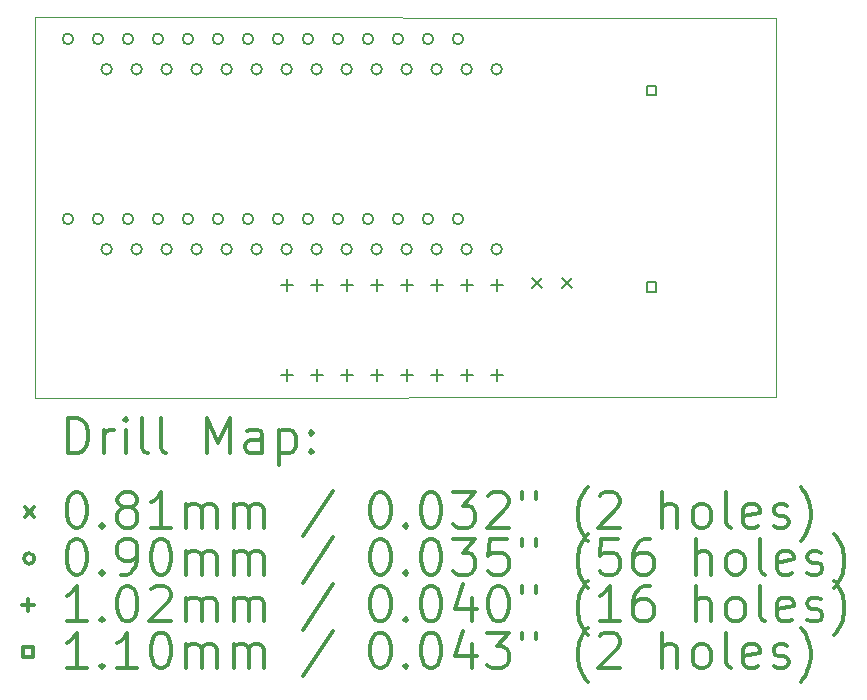
<source format=gbr>
%FSLAX45Y45*%
G04 Gerber Fmt 4.5, Leading zero omitted, Abs format (unit mm)*
G04 Created by KiCad (PCBNEW (5.1.5-0-10_14)) date 2020-05-18 10:40:34*
%MOMM*%
%LPD*%
G04 APERTURE LIST*
%TA.AperFunction,Profile*%
%ADD10C,0.100000*%
%TD*%
%ADD11C,0.200000*%
%ADD12C,0.300000*%
G04 APERTURE END LIST*
D10*
X8331200Y-2057400D02*
X2062480Y-2052320D01*
X8331200Y-5270500D02*
X8331200Y-2057400D01*
X2059940Y-5275580D02*
X8331200Y-5270500D01*
X2062480Y-2052320D02*
X2059940Y-5275580D01*
D11*
X6271250Y-4264650D02*
X6352550Y-4345950D01*
X6352550Y-4264650D02*
X6271250Y-4345950D01*
X6525250Y-4264650D02*
X6606550Y-4345950D01*
X6606550Y-4264650D02*
X6525250Y-4345950D01*
X2710730Y-2494280D02*
G75*
G03X2710730Y-2494280I-45000J0D01*
G01*
X2710730Y-4018280D02*
G75*
G03X2710730Y-4018280I-45000J0D01*
G01*
X2964730Y-2494280D02*
G75*
G03X2964730Y-2494280I-45000J0D01*
G01*
X2964730Y-4018280D02*
G75*
G03X2964730Y-4018280I-45000J0D01*
G01*
X3218730Y-2494280D02*
G75*
G03X3218730Y-2494280I-45000J0D01*
G01*
X3218730Y-4018280D02*
G75*
G03X3218730Y-4018280I-45000J0D01*
G01*
X3472730Y-2494280D02*
G75*
G03X3472730Y-2494280I-45000J0D01*
G01*
X3472730Y-4018280D02*
G75*
G03X3472730Y-4018280I-45000J0D01*
G01*
X3726730Y-2494280D02*
G75*
G03X3726730Y-2494280I-45000J0D01*
G01*
X3726730Y-4018280D02*
G75*
G03X3726730Y-4018280I-45000J0D01*
G01*
X3980730Y-2494280D02*
G75*
G03X3980730Y-2494280I-45000J0D01*
G01*
X3980730Y-4018280D02*
G75*
G03X3980730Y-4018280I-45000J0D01*
G01*
X4234730Y-2494280D02*
G75*
G03X4234730Y-2494280I-45000J0D01*
G01*
X4234730Y-4018280D02*
G75*
G03X4234730Y-4018280I-45000J0D01*
G01*
X4488730Y-2494280D02*
G75*
G03X4488730Y-2494280I-45000J0D01*
G01*
X4488730Y-4018280D02*
G75*
G03X4488730Y-4018280I-45000J0D01*
G01*
X4742730Y-2494280D02*
G75*
G03X4742730Y-2494280I-45000J0D01*
G01*
X4742730Y-4018280D02*
G75*
G03X4742730Y-4018280I-45000J0D01*
G01*
X4996730Y-2494280D02*
G75*
G03X4996730Y-2494280I-45000J0D01*
G01*
X4996730Y-4018280D02*
G75*
G03X4996730Y-4018280I-45000J0D01*
G01*
X5250730Y-2494280D02*
G75*
G03X5250730Y-2494280I-45000J0D01*
G01*
X5250730Y-4018280D02*
G75*
G03X5250730Y-4018280I-45000J0D01*
G01*
X5504730Y-2494280D02*
G75*
G03X5504730Y-2494280I-45000J0D01*
G01*
X5504730Y-4018280D02*
G75*
G03X5504730Y-4018280I-45000J0D01*
G01*
X5758730Y-2494280D02*
G75*
G03X5758730Y-2494280I-45000J0D01*
G01*
X5758730Y-4018280D02*
G75*
G03X5758730Y-4018280I-45000J0D01*
G01*
X6012730Y-2494280D02*
G75*
G03X6012730Y-2494280I-45000J0D01*
G01*
X6012730Y-4018280D02*
G75*
G03X6012730Y-4018280I-45000J0D01*
G01*
X2383070Y-2237740D02*
G75*
G03X2383070Y-2237740I-45000J0D01*
G01*
X2383070Y-3761740D02*
G75*
G03X2383070Y-3761740I-45000J0D01*
G01*
X2637070Y-2237740D02*
G75*
G03X2637070Y-2237740I-45000J0D01*
G01*
X2637070Y-3761740D02*
G75*
G03X2637070Y-3761740I-45000J0D01*
G01*
X2891070Y-2237740D02*
G75*
G03X2891070Y-2237740I-45000J0D01*
G01*
X2891070Y-3761740D02*
G75*
G03X2891070Y-3761740I-45000J0D01*
G01*
X3145070Y-2237740D02*
G75*
G03X3145070Y-2237740I-45000J0D01*
G01*
X3145070Y-3761740D02*
G75*
G03X3145070Y-3761740I-45000J0D01*
G01*
X3399070Y-2237740D02*
G75*
G03X3399070Y-2237740I-45000J0D01*
G01*
X3399070Y-3761740D02*
G75*
G03X3399070Y-3761740I-45000J0D01*
G01*
X3653070Y-2237740D02*
G75*
G03X3653070Y-2237740I-45000J0D01*
G01*
X3653070Y-3761740D02*
G75*
G03X3653070Y-3761740I-45000J0D01*
G01*
X3907070Y-2237740D02*
G75*
G03X3907070Y-2237740I-45000J0D01*
G01*
X3907070Y-3761740D02*
G75*
G03X3907070Y-3761740I-45000J0D01*
G01*
X4161070Y-2237740D02*
G75*
G03X4161070Y-2237740I-45000J0D01*
G01*
X4161070Y-3761740D02*
G75*
G03X4161070Y-3761740I-45000J0D01*
G01*
X4415070Y-2237740D02*
G75*
G03X4415070Y-2237740I-45000J0D01*
G01*
X4415070Y-3761740D02*
G75*
G03X4415070Y-3761740I-45000J0D01*
G01*
X4669070Y-2237740D02*
G75*
G03X4669070Y-2237740I-45000J0D01*
G01*
X4669070Y-3761740D02*
G75*
G03X4669070Y-3761740I-45000J0D01*
G01*
X4923070Y-2237740D02*
G75*
G03X4923070Y-2237740I-45000J0D01*
G01*
X4923070Y-3761740D02*
G75*
G03X4923070Y-3761740I-45000J0D01*
G01*
X5177070Y-2237740D02*
G75*
G03X5177070Y-2237740I-45000J0D01*
G01*
X5177070Y-3761740D02*
G75*
G03X5177070Y-3761740I-45000J0D01*
G01*
X5431070Y-2237740D02*
G75*
G03X5431070Y-2237740I-45000J0D01*
G01*
X5431070Y-3761740D02*
G75*
G03X5431070Y-3761740I-45000J0D01*
G01*
X5685070Y-2237740D02*
G75*
G03X5685070Y-2237740I-45000J0D01*
G01*
X5685070Y-3761740D02*
G75*
G03X5685070Y-3761740I-45000J0D01*
G01*
X4191000Y-4267200D02*
X4191000Y-4368800D01*
X4140200Y-4318000D02*
X4241800Y-4318000D01*
X4191000Y-5029200D02*
X4191000Y-5130800D01*
X4140200Y-5080000D02*
X4241800Y-5080000D01*
X4445000Y-4267200D02*
X4445000Y-4368800D01*
X4394200Y-4318000D02*
X4495800Y-4318000D01*
X4445000Y-5029200D02*
X4445000Y-5130800D01*
X4394200Y-5080000D02*
X4495800Y-5080000D01*
X4699000Y-4267200D02*
X4699000Y-4368800D01*
X4648200Y-4318000D02*
X4749800Y-4318000D01*
X4699000Y-5029200D02*
X4699000Y-5130800D01*
X4648200Y-5080000D02*
X4749800Y-5080000D01*
X4953000Y-4267200D02*
X4953000Y-4368800D01*
X4902200Y-4318000D02*
X5003800Y-4318000D01*
X4953000Y-5029200D02*
X4953000Y-5130800D01*
X4902200Y-5080000D02*
X5003800Y-5080000D01*
X5207000Y-4267200D02*
X5207000Y-4368800D01*
X5156200Y-4318000D02*
X5257800Y-4318000D01*
X5207000Y-5029200D02*
X5207000Y-5130800D01*
X5156200Y-5080000D02*
X5257800Y-5080000D01*
X5461000Y-4267200D02*
X5461000Y-4368800D01*
X5410200Y-4318000D02*
X5511800Y-4318000D01*
X5461000Y-5029200D02*
X5461000Y-5130800D01*
X5410200Y-5080000D02*
X5511800Y-5080000D01*
X5715000Y-4267200D02*
X5715000Y-4368800D01*
X5664200Y-4318000D02*
X5765800Y-4318000D01*
X5715000Y-5029200D02*
X5715000Y-5130800D01*
X5664200Y-5080000D02*
X5765800Y-5080000D01*
X5969000Y-4267200D02*
X5969000Y-4368800D01*
X5918200Y-4318000D02*
X6019800Y-4318000D01*
X5969000Y-5029200D02*
X5969000Y-5130800D01*
X5918200Y-5080000D02*
X6019800Y-5080000D01*
X7315991Y-2711091D02*
X7315991Y-2633309D01*
X7238209Y-2633309D01*
X7238209Y-2711091D01*
X7315991Y-2711091D01*
X7315991Y-4377091D02*
X7315991Y-4299309D01*
X7238209Y-4299309D01*
X7238209Y-4377091D01*
X7315991Y-4377091D01*
D12*
X2341368Y-5746294D02*
X2341368Y-5446294D01*
X2412797Y-5446294D01*
X2455654Y-5460580D01*
X2484226Y-5489152D01*
X2498511Y-5517723D01*
X2512797Y-5574866D01*
X2512797Y-5617723D01*
X2498511Y-5674866D01*
X2484226Y-5703437D01*
X2455654Y-5732009D01*
X2412797Y-5746294D01*
X2341368Y-5746294D01*
X2641368Y-5746294D02*
X2641368Y-5546294D01*
X2641368Y-5603437D02*
X2655654Y-5574866D01*
X2669940Y-5560580D01*
X2698511Y-5546294D01*
X2727083Y-5546294D01*
X2827083Y-5746294D02*
X2827083Y-5546294D01*
X2827083Y-5446294D02*
X2812797Y-5460580D01*
X2827083Y-5474866D01*
X2841368Y-5460580D01*
X2827083Y-5446294D01*
X2827083Y-5474866D01*
X3012797Y-5746294D02*
X2984226Y-5732009D01*
X2969940Y-5703437D01*
X2969940Y-5446294D01*
X3169940Y-5746294D02*
X3141368Y-5732009D01*
X3127083Y-5703437D01*
X3127083Y-5446294D01*
X3512797Y-5746294D02*
X3512797Y-5446294D01*
X3612797Y-5660580D01*
X3712797Y-5446294D01*
X3712797Y-5746294D01*
X3984226Y-5746294D02*
X3984226Y-5589152D01*
X3969940Y-5560580D01*
X3941368Y-5546294D01*
X3884226Y-5546294D01*
X3855654Y-5560580D01*
X3984226Y-5732009D02*
X3955654Y-5746294D01*
X3884226Y-5746294D01*
X3855654Y-5732009D01*
X3841368Y-5703437D01*
X3841368Y-5674866D01*
X3855654Y-5646294D01*
X3884226Y-5632009D01*
X3955654Y-5632009D01*
X3984226Y-5617723D01*
X4127083Y-5546294D02*
X4127083Y-5846294D01*
X4127083Y-5560580D02*
X4155654Y-5546294D01*
X4212797Y-5546294D01*
X4241368Y-5560580D01*
X4255654Y-5574866D01*
X4269940Y-5603437D01*
X4269940Y-5689151D01*
X4255654Y-5717723D01*
X4241368Y-5732009D01*
X4212797Y-5746294D01*
X4155654Y-5746294D01*
X4127083Y-5732009D01*
X4398511Y-5717723D02*
X4412797Y-5732009D01*
X4398511Y-5746294D01*
X4384226Y-5732009D01*
X4398511Y-5717723D01*
X4398511Y-5746294D01*
X4398511Y-5560580D02*
X4412797Y-5574866D01*
X4398511Y-5589152D01*
X4384226Y-5574866D01*
X4398511Y-5560580D01*
X4398511Y-5589152D01*
X1973640Y-6199930D02*
X2054940Y-6281230D01*
X2054940Y-6199930D02*
X1973640Y-6281230D01*
X2398511Y-6076294D02*
X2427083Y-6076294D01*
X2455654Y-6090580D01*
X2469940Y-6104866D01*
X2484226Y-6133437D01*
X2498511Y-6190580D01*
X2498511Y-6262009D01*
X2484226Y-6319151D01*
X2469940Y-6347723D01*
X2455654Y-6362009D01*
X2427083Y-6376294D01*
X2398511Y-6376294D01*
X2369940Y-6362009D01*
X2355654Y-6347723D01*
X2341368Y-6319151D01*
X2327083Y-6262009D01*
X2327083Y-6190580D01*
X2341368Y-6133437D01*
X2355654Y-6104866D01*
X2369940Y-6090580D01*
X2398511Y-6076294D01*
X2627083Y-6347723D02*
X2641368Y-6362009D01*
X2627083Y-6376294D01*
X2612797Y-6362009D01*
X2627083Y-6347723D01*
X2627083Y-6376294D01*
X2812797Y-6204866D02*
X2784226Y-6190580D01*
X2769940Y-6176294D01*
X2755654Y-6147723D01*
X2755654Y-6133437D01*
X2769940Y-6104866D01*
X2784226Y-6090580D01*
X2812797Y-6076294D01*
X2869940Y-6076294D01*
X2898511Y-6090580D01*
X2912797Y-6104866D01*
X2927083Y-6133437D01*
X2927083Y-6147723D01*
X2912797Y-6176294D01*
X2898511Y-6190580D01*
X2869940Y-6204866D01*
X2812797Y-6204866D01*
X2784226Y-6219151D01*
X2769940Y-6233437D01*
X2755654Y-6262009D01*
X2755654Y-6319151D01*
X2769940Y-6347723D01*
X2784226Y-6362009D01*
X2812797Y-6376294D01*
X2869940Y-6376294D01*
X2898511Y-6362009D01*
X2912797Y-6347723D01*
X2927083Y-6319151D01*
X2927083Y-6262009D01*
X2912797Y-6233437D01*
X2898511Y-6219151D01*
X2869940Y-6204866D01*
X3212797Y-6376294D02*
X3041368Y-6376294D01*
X3127083Y-6376294D02*
X3127083Y-6076294D01*
X3098511Y-6119151D01*
X3069940Y-6147723D01*
X3041368Y-6162009D01*
X3341368Y-6376294D02*
X3341368Y-6176294D01*
X3341368Y-6204866D02*
X3355654Y-6190580D01*
X3384226Y-6176294D01*
X3427083Y-6176294D01*
X3455654Y-6190580D01*
X3469940Y-6219151D01*
X3469940Y-6376294D01*
X3469940Y-6219151D02*
X3484226Y-6190580D01*
X3512797Y-6176294D01*
X3555654Y-6176294D01*
X3584226Y-6190580D01*
X3598511Y-6219151D01*
X3598511Y-6376294D01*
X3741368Y-6376294D02*
X3741368Y-6176294D01*
X3741368Y-6204866D02*
X3755654Y-6190580D01*
X3784226Y-6176294D01*
X3827083Y-6176294D01*
X3855654Y-6190580D01*
X3869940Y-6219151D01*
X3869940Y-6376294D01*
X3869940Y-6219151D02*
X3884226Y-6190580D01*
X3912797Y-6176294D01*
X3955654Y-6176294D01*
X3984226Y-6190580D01*
X3998511Y-6219151D01*
X3998511Y-6376294D01*
X4584226Y-6062009D02*
X4327083Y-6447723D01*
X4969940Y-6076294D02*
X4998511Y-6076294D01*
X5027083Y-6090580D01*
X5041368Y-6104866D01*
X5055654Y-6133437D01*
X5069940Y-6190580D01*
X5069940Y-6262009D01*
X5055654Y-6319151D01*
X5041368Y-6347723D01*
X5027083Y-6362009D01*
X4998511Y-6376294D01*
X4969940Y-6376294D01*
X4941368Y-6362009D01*
X4927083Y-6347723D01*
X4912797Y-6319151D01*
X4898511Y-6262009D01*
X4898511Y-6190580D01*
X4912797Y-6133437D01*
X4927083Y-6104866D01*
X4941368Y-6090580D01*
X4969940Y-6076294D01*
X5198511Y-6347723D02*
X5212797Y-6362009D01*
X5198511Y-6376294D01*
X5184226Y-6362009D01*
X5198511Y-6347723D01*
X5198511Y-6376294D01*
X5398511Y-6076294D02*
X5427083Y-6076294D01*
X5455654Y-6090580D01*
X5469940Y-6104866D01*
X5484226Y-6133437D01*
X5498511Y-6190580D01*
X5498511Y-6262009D01*
X5484226Y-6319151D01*
X5469940Y-6347723D01*
X5455654Y-6362009D01*
X5427083Y-6376294D01*
X5398511Y-6376294D01*
X5369940Y-6362009D01*
X5355654Y-6347723D01*
X5341368Y-6319151D01*
X5327083Y-6262009D01*
X5327083Y-6190580D01*
X5341368Y-6133437D01*
X5355654Y-6104866D01*
X5369940Y-6090580D01*
X5398511Y-6076294D01*
X5598511Y-6076294D02*
X5784226Y-6076294D01*
X5684226Y-6190580D01*
X5727083Y-6190580D01*
X5755654Y-6204866D01*
X5769940Y-6219151D01*
X5784226Y-6247723D01*
X5784226Y-6319151D01*
X5769940Y-6347723D01*
X5755654Y-6362009D01*
X5727083Y-6376294D01*
X5641368Y-6376294D01*
X5612797Y-6362009D01*
X5598511Y-6347723D01*
X5898511Y-6104866D02*
X5912797Y-6090580D01*
X5941368Y-6076294D01*
X6012797Y-6076294D01*
X6041368Y-6090580D01*
X6055654Y-6104866D01*
X6069940Y-6133437D01*
X6069940Y-6162009D01*
X6055654Y-6204866D01*
X5884226Y-6376294D01*
X6069940Y-6376294D01*
X6184226Y-6076294D02*
X6184226Y-6133437D01*
X6298511Y-6076294D02*
X6298511Y-6133437D01*
X6741368Y-6490580D02*
X6727083Y-6476294D01*
X6698511Y-6433437D01*
X6684226Y-6404866D01*
X6669940Y-6362009D01*
X6655654Y-6290580D01*
X6655654Y-6233437D01*
X6669940Y-6162009D01*
X6684226Y-6119151D01*
X6698511Y-6090580D01*
X6727083Y-6047723D01*
X6741368Y-6033437D01*
X6841368Y-6104866D02*
X6855654Y-6090580D01*
X6884226Y-6076294D01*
X6955654Y-6076294D01*
X6984226Y-6090580D01*
X6998511Y-6104866D01*
X7012797Y-6133437D01*
X7012797Y-6162009D01*
X6998511Y-6204866D01*
X6827083Y-6376294D01*
X7012797Y-6376294D01*
X7369940Y-6376294D02*
X7369940Y-6076294D01*
X7498511Y-6376294D02*
X7498511Y-6219151D01*
X7484226Y-6190580D01*
X7455654Y-6176294D01*
X7412797Y-6176294D01*
X7384226Y-6190580D01*
X7369940Y-6204866D01*
X7684226Y-6376294D02*
X7655654Y-6362009D01*
X7641368Y-6347723D01*
X7627083Y-6319151D01*
X7627083Y-6233437D01*
X7641368Y-6204866D01*
X7655654Y-6190580D01*
X7684226Y-6176294D01*
X7727083Y-6176294D01*
X7755654Y-6190580D01*
X7769940Y-6204866D01*
X7784226Y-6233437D01*
X7784226Y-6319151D01*
X7769940Y-6347723D01*
X7755654Y-6362009D01*
X7727083Y-6376294D01*
X7684226Y-6376294D01*
X7955654Y-6376294D02*
X7927083Y-6362009D01*
X7912797Y-6333437D01*
X7912797Y-6076294D01*
X8184226Y-6362009D02*
X8155654Y-6376294D01*
X8098511Y-6376294D01*
X8069940Y-6362009D01*
X8055654Y-6333437D01*
X8055654Y-6219151D01*
X8069940Y-6190580D01*
X8098511Y-6176294D01*
X8155654Y-6176294D01*
X8184226Y-6190580D01*
X8198511Y-6219151D01*
X8198511Y-6247723D01*
X8055654Y-6276294D01*
X8312797Y-6362009D02*
X8341368Y-6376294D01*
X8398511Y-6376294D01*
X8427083Y-6362009D01*
X8441368Y-6333437D01*
X8441368Y-6319151D01*
X8427083Y-6290580D01*
X8398511Y-6276294D01*
X8355654Y-6276294D01*
X8327083Y-6262009D01*
X8312797Y-6233437D01*
X8312797Y-6219151D01*
X8327083Y-6190580D01*
X8355654Y-6176294D01*
X8398511Y-6176294D01*
X8427083Y-6190580D01*
X8541368Y-6490580D02*
X8555654Y-6476294D01*
X8584226Y-6433437D01*
X8598511Y-6404866D01*
X8612797Y-6362009D01*
X8627083Y-6290580D01*
X8627083Y-6233437D01*
X8612797Y-6162009D01*
X8598511Y-6119151D01*
X8584226Y-6090580D01*
X8555654Y-6047723D01*
X8541368Y-6033437D01*
X2054940Y-6636580D02*
G75*
G03X2054940Y-6636580I-45000J0D01*
G01*
X2398511Y-6472294D02*
X2427083Y-6472294D01*
X2455654Y-6486580D01*
X2469940Y-6500866D01*
X2484226Y-6529437D01*
X2498511Y-6586580D01*
X2498511Y-6658009D01*
X2484226Y-6715151D01*
X2469940Y-6743723D01*
X2455654Y-6758009D01*
X2427083Y-6772294D01*
X2398511Y-6772294D01*
X2369940Y-6758009D01*
X2355654Y-6743723D01*
X2341368Y-6715151D01*
X2327083Y-6658009D01*
X2327083Y-6586580D01*
X2341368Y-6529437D01*
X2355654Y-6500866D01*
X2369940Y-6486580D01*
X2398511Y-6472294D01*
X2627083Y-6743723D02*
X2641368Y-6758009D01*
X2627083Y-6772294D01*
X2612797Y-6758009D01*
X2627083Y-6743723D01*
X2627083Y-6772294D01*
X2784226Y-6772294D02*
X2841368Y-6772294D01*
X2869940Y-6758009D01*
X2884226Y-6743723D01*
X2912797Y-6700866D01*
X2927083Y-6643723D01*
X2927083Y-6529437D01*
X2912797Y-6500866D01*
X2898511Y-6486580D01*
X2869940Y-6472294D01*
X2812797Y-6472294D01*
X2784226Y-6486580D01*
X2769940Y-6500866D01*
X2755654Y-6529437D01*
X2755654Y-6600866D01*
X2769940Y-6629437D01*
X2784226Y-6643723D01*
X2812797Y-6658009D01*
X2869940Y-6658009D01*
X2898511Y-6643723D01*
X2912797Y-6629437D01*
X2927083Y-6600866D01*
X3112797Y-6472294D02*
X3141368Y-6472294D01*
X3169940Y-6486580D01*
X3184226Y-6500866D01*
X3198511Y-6529437D01*
X3212797Y-6586580D01*
X3212797Y-6658009D01*
X3198511Y-6715151D01*
X3184226Y-6743723D01*
X3169940Y-6758009D01*
X3141368Y-6772294D01*
X3112797Y-6772294D01*
X3084226Y-6758009D01*
X3069940Y-6743723D01*
X3055654Y-6715151D01*
X3041368Y-6658009D01*
X3041368Y-6586580D01*
X3055654Y-6529437D01*
X3069940Y-6500866D01*
X3084226Y-6486580D01*
X3112797Y-6472294D01*
X3341368Y-6772294D02*
X3341368Y-6572294D01*
X3341368Y-6600866D02*
X3355654Y-6586580D01*
X3384226Y-6572294D01*
X3427083Y-6572294D01*
X3455654Y-6586580D01*
X3469940Y-6615151D01*
X3469940Y-6772294D01*
X3469940Y-6615151D02*
X3484226Y-6586580D01*
X3512797Y-6572294D01*
X3555654Y-6572294D01*
X3584226Y-6586580D01*
X3598511Y-6615151D01*
X3598511Y-6772294D01*
X3741368Y-6772294D02*
X3741368Y-6572294D01*
X3741368Y-6600866D02*
X3755654Y-6586580D01*
X3784226Y-6572294D01*
X3827083Y-6572294D01*
X3855654Y-6586580D01*
X3869940Y-6615151D01*
X3869940Y-6772294D01*
X3869940Y-6615151D02*
X3884226Y-6586580D01*
X3912797Y-6572294D01*
X3955654Y-6572294D01*
X3984226Y-6586580D01*
X3998511Y-6615151D01*
X3998511Y-6772294D01*
X4584226Y-6458009D02*
X4327083Y-6843723D01*
X4969940Y-6472294D02*
X4998511Y-6472294D01*
X5027083Y-6486580D01*
X5041368Y-6500866D01*
X5055654Y-6529437D01*
X5069940Y-6586580D01*
X5069940Y-6658009D01*
X5055654Y-6715151D01*
X5041368Y-6743723D01*
X5027083Y-6758009D01*
X4998511Y-6772294D01*
X4969940Y-6772294D01*
X4941368Y-6758009D01*
X4927083Y-6743723D01*
X4912797Y-6715151D01*
X4898511Y-6658009D01*
X4898511Y-6586580D01*
X4912797Y-6529437D01*
X4927083Y-6500866D01*
X4941368Y-6486580D01*
X4969940Y-6472294D01*
X5198511Y-6743723D02*
X5212797Y-6758009D01*
X5198511Y-6772294D01*
X5184226Y-6758009D01*
X5198511Y-6743723D01*
X5198511Y-6772294D01*
X5398511Y-6472294D02*
X5427083Y-6472294D01*
X5455654Y-6486580D01*
X5469940Y-6500866D01*
X5484226Y-6529437D01*
X5498511Y-6586580D01*
X5498511Y-6658009D01*
X5484226Y-6715151D01*
X5469940Y-6743723D01*
X5455654Y-6758009D01*
X5427083Y-6772294D01*
X5398511Y-6772294D01*
X5369940Y-6758009D01*
X5355654Y-6743723D01*
X5341368Y-6715151D01*
X5327083Y-6658009D01*
X5327083Y-6586580D01*
X5341368Y-6529437D01*
X5355654Y-6500866D01*
X5369940Y-6486580D01*
X5398511Y-6472294D01*
X5598511Y-6472294D02*
X5784226Y-6472294D01*
X5684226Y-6586580D01*
X5727083Y-6586580D01*
X5755654Y-6600866D01*
X5769940Y-6615151D01*
X5784226Y-6643723D01*
X5784226Y-6715151D01*
X5769940Y-6743723D01*
X5755654Y-6758009D01*
X5727083Y-6772294D01*
X5641368Y-6772294D01*
X5612797Y-6758009D01*
X5598511Y-6743723D01*
X6055654Y-6472294D02*
X5912797Y-6472294D01*
X5898511Y-6615151D01*
X5912797Y-6600866D01*
X5941368Y-6586580D01*
X6012797Y-6586580D01*
X6041368Y-6600866D01*
X6055654Y-6615151D01*
X6069940Y-6643723D01*
X6069940Y-6715151D01*
X6055654Y-6743723D01*
X6041368Y-6758009D01*
X6012797Y-6772294D01*
X5941368Y-6772294D01*
X5912797Y-6758009D01*
X5898511Y-6743723D01*
X6184226Y-6472294D02*
X6184226Y-6529437D01*
X6298511Y-6472294D02*
X6298511Y-6529437D01*
X6741368Y-6886580D02*
X6727083Y-6872294D01*
X6698511Y-6829437D01*
X6684226Y-6800866D01*
X6669940Y-6758009D01*
X6655654Y-6686580D01*
X6655654Y-6629437D01*
X6669940Y-6558009D01*
X6684226Y-6515151D01*
X6698511Y-6486580D01*
X6727083Y-6443723D01*
X6741368Y-6429437D01*
X6998511Y-6472294D02*
X6855654Y-6472294D01*
X6841368Y-6615151D01*
X6855654Y-6600866D01*
X6884226Y-6586580D01*
X6955654Y-6586580D01*
X6984226Y-6600866D01*
X6998511Y-6615151D01*
X7012797Y-6643723D01*
X7012797Y-6715151D01*
X6998511Y-6743723D01*
X6984226Y-6758009D01*
X6955654Y-6772294D01*
X6884226Y-6772294D01*
X6855654Y-6758009D01*
X6841368Y-6743723D01*
X7269940Y-6472294D02*
X7212797Y-6472294D01*
X7184226Y-6486580D01*
X7169940Y-6500866D01*
X7141368Y-6543723D01*
X7127083Y-6600866D01*
X7127083Y-6715151D01*
X7141368Y-6743723D01*
X7155654Y-6758009D01*
X7184226Y-6772294D01*
X7241368Y-6772294D01*
X7269940Y-6758009D01*
X7284226Y-6743723D01*
X7298511Y-6715151D01*
X7298511Y-6643723D01*
X7284226Y-6615151D01*
X7269940Y-6600866D01*
X7241368Y-6586580D01*
X7184226Y-6586580D01*
X7155654Y-6600866D01*
X7141368Y-6615151D01*
X7127083Y-6643723D01*
X7655654Y-6772294D02*
X7655654Y-6472294D01*
X7784226Y-6772294D02*
X7784226Y-6615151D01*
X7769940Y-6586580D01*
X7741368Y-6572294D01*
X7698511Y-6572294D01*
X7669940Y-6586580D01*
X7655654Y-6600866D01*
X7969940Y-6772294D02*
X7941368Y-6758009D01*
X7927083Y-6743723D01*
X7912797Y-6715151D01*
X7912797Y-6629437D01*
X7927083Y-6600866D01*
X7941368Y-6586580D01*
X7969940Y-6572294D01*
X8012797Y-6572294D01*
X8041368Y-6586580D01*
X8055654Y-6600866D01*
X8069940Y-6629437D01*
X8069940Y-6715151D01*
X8055654Y-6743723D01*
X8041368Y-6758009D01*
X8012797Y-6772294D01*
X7969940Y-6772294D01*
X8241368Y-6772294D02*
X8212797Y-6758009D01*
X8198511Y-6729437D01*
X8198511Y-6472294D01*
X8469940Y-6758009D02*
X8441368Y-6772294D01*
X8384226Y-6772294D01*
X8355654Y-6758009D01*
X8341368Y-6729437D01*
X8341368Y-6615151D01*
X8355654Y-6586580D01*
X8384226Y-6572294D01*
X8441368Y-6572294D01*
X8469940Y-6586580D01*
X8484226Y-6615151D01*
X8484226Y-6643723D01*
X8341368Y-6672294D01*
X8598511Y-6758009D02*
X8627083Y-6772294D01*
X8684226Y-6772294D01*
X8712797Y-6758009D01*
X8727083Y-6729437D01*
X8727083Y-6715151D01*
X8712797Y-6686580D01*
X8684226Y-6672294D01*
X8641368Y-6672294D01*
X8612797Y-6658009D01*
X8598511Y-6629437D01*
X8598511Y-6615151D01*
X8612797Y-6586580D01*
X8641368Y-6572294D01*
X8684226Y-6572294D01*
X8712797Y-6586580D01*
X8827083Y-6886580D02*
X8841368Y-6872294D01*
X8869940Y-6829437D01*
X8884226Y-6800866D01*
X8898511Y-6758009D01*
X8912797Y-6686580D01*
X8912797Y-6629437D01*
X8898511Y-6558009D01*
X8884226Y-6515151D01*
X8869940Y-6486580D01*
X8841368Y-6443723D01*
X8827083Y-6429437D01*
X2004140Y-6981780D02*
X2004140Y-7083380D01*
X1953340Y-7032580D02*
X2054940Y-7032580D01*
X2498511Y-7168294D02*
X2327083Y-7168294D01*
X2412797Y-7168294D02*
X2412797Y-6868294D01*
X2384226Y-6911151D01*
X2355654Y-6939723D01*
X2327083Y-6954009D01*
X2627083Y-7139723D02*
X2641368Y-7154009D01*
X2627083Y-7168294D01*
X2612797Y-7154009D01*
X2627083Y-7139723D01*
X2627083Y-7168294D01*
X2827083Y-6868294D02*
X2855654Y-6868294D01*
X2884226Y-6882580D01*
X2898511Y-6896866D01*
X2912797Y-6925437D01*
X2927083Y-6982580D01*
X2927083Y-7054009D01*
X2912797Y-7111151D01*
X2898511Y-7139723D01*
X2884226Y-7154009D01*
X2855654Y-7168294D01*
X2827083Y-7168294D01*
X2798511Y-7154009D01*
X2784226Y-7139723D01*
X2769940Y-7111151D01*
X2755654Y-7054009D01*
X2755654Y-6982580D01*
X2769940Y-6925437D01*
X2784226Y-6896866D01*
X2798511Y-6882580D01*
X2827083Y-6868294D01*
X3041368Y-6896866D02*
X3055654Y-6882580D01*
X3084226Y-6868294D01*
X3155654Y-6868294D01*
X3184226Y-6882580D01*
X3198511Y-6896866D01*
X3212797Y-6925437D01*
X3212797Y-6954009D01*
X3198511Y-6996866D01*
X3027083Y-7168294D01*
X3212797Y-7168294D01*
X3341368Y-7168294D02*
X3341368Y-6968294D01*
X3341368Y-6996866D02*
X3355654Y-6982580D01*
X3384226Y-6968294D01*
X3427083Y-6968294D01*
X3455654Y-6982580D01*
X3469940Y-7011151D01*
X3469940Y-7168294D01*
X3469940Y-7011151D02*
X3484226Y-6982580D01*
X3512797Y-6968294D01*
X3555654Y-6968294D01*
X3584226Y-6982580D01*
X3598511Y-7011151D01*
X3598511Y-7168294D01*
X3741368Y-7168294D02*
X3741368Y-6968294D01*
X3741368Y-6996866D02*
X3755654Y-6982580D01*
X3784226Y-6968294D01*
X3827083Y-6968294D01*
X3855654Y-6982580D01*
X3869940Y-7011151D01*
X3869940Y-7168294D01*
X3869940Y-7011151D02*
X3884226Y-6982580D01*
X3912797Y-6968294D01*
X3955654Y-6968294D01*
X3984226Y-6982580D01*
X3998511Y-7011151D01*
X3998511Y-7168294D01*
X4584226Y-6854009D02*
X4327083Y-7239723D01*
X4969940Y-6868294D02*
X4998511Y-6868294D01*
X5027083Y-6882580D01*
X5041368Y-6896866D01*
X5055654Y-6925437D01*
X5069940Y-6982580D01*
X5069940Y-7054009D01*
X5055654Y-7111151D01*
X5041368Y-7139723D01*
X5027083Y-7154009D01*
X4998511Y-7168294D01*
X4969940Y-7168294D01*
X4941368Y-7154009D01*
X4927083Y-7139723D01*
X4912797Y-7111151D01*
X4898511Y-7054009D01*
X4898511Y-6982580D01*
X4912797Y-6925437D01*
X4927083Y-6896866D01*
X4941368Y-6882580D01*
X4969940Y-6868294D01*
X5198511Y-7139723D02*
X5212797Y-7154009D01*
X5198511Y-7168294D01*
X5184226Y-7154009D01*
X5198511Y-7139723D01*
X5198511Y-7168294D01*
X5398511Y-6868294D02*
X5427083Y-6868294D01*
X5455654Y-6882580D01*
X5469940Y-6896866D01*
X5484226Y-6925437D01*
X5498511Y-6982580D01*
X5498511Y-7054009D01*
X5484226Y-7111151D01*
X5469940Y-7139723D01*
X5455654Y-7154009D01*
X5427083Y-7168294D01*
X5398511Y-7168294D01*
X5369940Y-7154009D01*
X5355654Y-7139723D01*
X5341368Y-7111151D01*
X5327083Y-7054009D01*
X5327083Y-6982580D01*
X5341368Y-6925437D01*
X5355654Y-6896866D01*
X5369940Y-6882580D01*
X5398511Y-6868294D01*
X5755654Y-6968294D02*
X5755654Y-7168294D01*
X5684226Y-6854009D02*
X5612797Y-7068294D01*
X5798511Y-7068294D01*
X5969940Y-6868294D02*
X5998511Y-6868294D01*
X6027083Y-6882580D01*
X6041368Y-6896866D01*
X6055654Y-6925437D01*
X6069940Y-6982580D01*
X6069940Y-7054009D01*
X6055654Y-7111151D01*
X6041368Y-7139723D01*
X6027083Y-7154009D01*
X5998511Y-7168294D01*
X5969940Y-7168294D01*
X5941368Y-7154009D01*
X5927083Y-7139723D01*
X5912797Y-7111151D01*
X5898511Y-7054009D01*
X5898511Y-6982580D01*
X5912797Y-6925437D01*
X5927083Y-6896866D01*
X5941368Y-6882580D01*
X5969940Y-6868294D01*
X6184226Y-6868294D02*
X6184226Y-6925437D01*
X6298511Y-6868294D02*
X6298511Y-6925437D01*
X6741368Y-7282580D02*
X6727083Y-7268294D01*
X6698511Y-7225437D01*
X6684226Y-7196866D01*
X6669940Y-7154009D01*
X6655654Y-7082580D01*
X6655654Y-7025437D01*
X6669940Y-6954009D01*
X6684226Y-6911151D01*
X6698511Y-6882580D01*
X6727083Y-6839723D01*
X6741368Y-6825437D01*
X7012797Y-7168294D02*
X6841368Y-7168294D01*
X6927083Y-7168294D02*
X6927083Y-6868294D01*
X6898511Y-6911151D01*
X6869940Y-6939723D01*
X6841368Y-6954009D01*
X7269940Y-6868294D02*
X7212797Y-6868294D01*
X7184226Y-6882580D01*
X7169940Y-6896866D01*
X7141368Y-6939723D01*
X7127083Y-6996866D01*
X7127083Y-7111151D01*
X7141368Y-7139723D01*
X7155654Y-7154009D01*
X7184226Y-7168294D01*
X7241368Y-7168294D01*
X7269940Y-7154009D01*
X7284226Y-7139723D01*
X7298511Y-7111151D01*
X7298511Y-7039723D01*
X7284226Y-7011151D01*
X7269940Y-6996866D01*
X7241368Y-6982580D01*
X7184226Y-6982580D01*
X7155654Y-6996866D01*
X7141368Y-7011151D01*
X7127083Y-7039723D01*
X7655654Y-7168294D02*
X7655654Y-6868294D01*
X7784226Y-7168294D02*
X7784226Y-7011151D01*
X7769940Y-6982580D01*
X7741368Y-6968294D01*
X7698511Y-6968294D01*
X7669940Y-6982580D01*
X7655654Y-6996866D01*
X7969940Y-7168294D02*
X7941368Y-7154009D01*
X7927083Y-7139723D01*
X7912797Y-7111151D01*
X7912797Y-7025437D01*
X7927083Y-6996866D01*
X7941368Y-6982580D01*
X7969940Y-6968294D01*
X8012797Y-6968294D01*
X8041368Y-6982580D01*
X8055654Y-6996866D01*
X8069940Y-7025437D01*
X8069940Y-7111151D01*
X8055654Y-7139723D01*
X8041368Y-7154009D01*
X8012797Y-7168294D01*
X7969940Y-7168294D01*
X8241368Y-7168294D02*
X8212797Y-7154009D01*
X8198511Y-7125437D01*
X8198511Y-6868294D01*
X8469940Y-7154009D02*
X8441368Y-7168294D01*
X8384226Y-7168294D01*
X8355654Y-7154009D01*
X8341368Y-7125437D01*
X8341368Y-7011151D01*
X8355654Y-6982580D01*
X8384226Y-6968294D01*
X8441368Y-6968294D01*
X8469940Y-6982580D01*
X8484226Y-7011151D01*
X8484226Y-7039723D01*
X8341368Y-7068294D01*
X8598511Y-7154009D02*
X8627083Y-7168294D01*
X8684226Y-7168294D01*
X8712797Y-7154009D01*
X8727083Y-7125437D01*
X8727083Y-7111151D01*
X8712797Y-7082580D01*
X8684226Y-7068294D01*
X8641368Y-7068294D01*
X8612797Y-7054009D01*
X8598511Y-7025437D01*
X8598511Y-7011151D01*
X8612797Y-6982580D01*
X8641368Y-6968294D01*
X8684226Y-6968294D01*
X8712797Y-6982580D01*
X8827083Y-7282580D02*
X8841368Y-7268294D01*
X8869940Y-7225437D01*
X8884226Y-7196866D01*
X8898511Y-7154009D01*
X8912797Y-7082580D01*
X8912797Y-7025437D01*
X8898511Y-6954009D01*
X8884226Y-6911151D01*
X8869940Y-6882580D01*
X8841368Y-6839723D01*
X8827083Y-6825437D01*
X2038831Y-7467471D02*
X2038831Y-7389689D01*
X1961049Y-7389689D01*
X1961049Y-7467471D01*
X2038831Y-7467471D01*
X2498511Y-7564294D02*
X2327083Y-7564294D01*
X2412797Y-7564294D02*
X2412797Y-7264294D01*
X2384226Y-7307151D01*
X2355654Y-7335723D01*
X2327083Y-7350009D01*
X2627083Y-7535723D02*
X2641368Y-7550009D01*
X2627083Y-7564294D01*
X2612797Y-7550009D01*
X2627083Y-7535723D01*
X2627083Y-7564294D01*
X2927083Y-7564294D02*
X2755654Y-7564294D01*
X2841368Y-7564294D02*
X2841368Y-7264294D01*
X2812797Y-7307151D01*
X2784226Y-7335723D01*
X2755654Y-7350009D01*
X3112797Y-7264294D02*
X3141368Y-7264294D01*
X3169940Y-7278580D01*
X3184226Y-7292866D01*
X3198511Y-7321437D01*
X3212797Y-7378580D01*
X3212797Y-7450009D01*
X3198511Y-7507151D01*
X3184226Y-7535723D01*
X3169940Y-7550009D01*
X3141368Y-7564294D01*
X3112797Y-7564294D01*
X3084226Y-7550009D01*
X3069940Y-7535723D01*
X3055654Y-7507151D01*
X3041368Y-7450009D01*
X3041368Y-7378580D01*
X3055654Y-7321437D01*
X3069940Y-7292866D01*
X3084226Y-7278580D01*
X3112797Y-7264294D01*
X3341368Y-7564294D02*
X3341368Y-7364294D01*
X3341368Y-7392866D02*
X3355654Y-7378580D01*
X3384226Y-7364294D01*
X3427083Y-7364294D01*
X3455654Y-7378580D01*
X3469940Y-7407151D01*
X3469940Y-7564294D01*
X3469940Y-7407151D02*
X3484226Y-7378580D01*
X3512797Y-7364294D01*
X3555654Y-7364294D01*
X3584226Y-7378580D01*
X3598511Y-7407151D01*
X3598511Y-7564294D01*
X3741368Y-7564294D02*
X3741368Y-7364294D01*
X3741368Y-7392866D02*
X3755654Y-7378580D01*
X3784226Y-7364294D01*
X3827083Y-7364294D01*
X3855654Y-7378580D01*
X3869940Y-7407151D01*
X3869940Y-7564294D01*
X3869940Y-7407151D02*
X3884226Y-7378580D01*
X3912797Y-7364294D01*
X3955654Y-7364294D01*
X3984226Y-7378580D01*
X3998511Y-7407151D01*
X3998511Y-7564294D01*
X4584226Y-7250009D02*
X4327083Y-7635723D01*
X4969940Y-7264294D02*
X4998511Y-7264294D01*
X5027083Y-7278580D01*
X5041368Y-7292866D01*
X5055654Y-7321437D01*
X5069940Y-7378580D01*
X5069940Y-7450009D01*
X5055654Y-7507151D01*
X5041368Y-7535723D01*
X5027083Y-7550009D01*
X4998511Y-7564294D01*
X4969940Y-7564294D01*
X4941368Y-7550009D01*
X4927083Y-7535723D01*
X4912797Y-7507151D01*
X4898511Y-7450009D01*
X4898511Y-7378580D01*
X4912797Y-7321437D01*
X4927083Y-7292866D01*
X4941368Y-7278580D01*
X4969940Y-7264294D01*
X5198511Y-7535723D02*
X5212797Y-7550009D01*
X5198511Y-7564294D01*
X5184226Y-7550009D01*
X5198511Y-7535723D01*
X5198511Y-7564294D01*
X5398511Y-7264294D02*
X5427083Y-7264294D01*
X5455654Y-7278580D01*
X5469940Y-7292866D01*
X5484226Y-7321437D01*
X5498511Y-7378580D01*
X5498511Y-7450009D01*
X5484226Y-7507151D01*
X5469940Y-7535723D01*
X5455654Y-7550009D01*
X5427083Y-7564294D01*
X5398511Y-7564294D01*
X5369940Y-7550009D01*
X5355654Y-7535723D01*
X5341368Y-7507151D01*
X5327083Y-7450009D01*
X5327083Y-7378580D01*
X5341368Y-7321437D01*
X5355654Y-7292866D01*
X5369940Y-7278580D01*
X5398511Y-7264294D01*
X5755654Y-7364294D02*
X5755654Y-7564294D01*
X5684226Y-7250009D02*
X5612797Y-7464294D01*
X5798511Y-7464294D01*
X5884226Y-7264294D02*
X6069940Y-7264294D01*
X5969940Y-7378580D01*
X6012797Y-7378580D01*
X6041368Y-7392866D01*
X6055654Y-7407151D01*
X6069940Y-7435723D01*
X6069940Y-7507151D01*
X6055654Y-7535723D01*
X6041368Y-7550009D01*
X6012797Y-7564294D01*
X5927083Y-7564294D01*
X5898511Y-7550009D01*
X5884226Y-7535723D01*
X6184226Y-7264294D02*
X6184226Y-7321437D01*
X6298511Y-7264294D02*
X6298511Y-7321437D01*
X6741368Y-7678580D02*
X6727083Y-7664294D01*
X6698511Y-7621437D01*
X6684226Y-7592866D01*
X6669940Y-7550009D01*
X6655654Y-7478580D01*
X6655654Y-7421437D01*
X6669940Y-7350009D01*
X6684226Y-7307151D01*
X6698511Y-7278580D01*
X6727083Y-7235723D01*
X6741368Y-7221437D01*
X6841368Y-7292866D02*
X6855654Y-7278580D01*
X6884226Y-7264294D01*
X6955654Y-7264294D01*
X6984226Y-7278580D01*
X6998511Y-7292866D01*
X7012797Y-7321437D01*
X7012797Y-7350009D01*
X6998511Y-7392866D01*
X6827083Y-7564294D01*
X7012797Y-7564294D01*
X7369940Y-7564294D02*
X7369940Y-7264294D01*
X7498511Y-7564294D02*
X7498511Y-7407151D01*
X7484226Y-7378580D01*
X7455654Y-7364294D01*
X7412797Y-7364294D01*
X7384226Y-7378580D01*
X7369940Y-7392866D01*
X7684226Y-7564294D02*
X7655654Y-7550009D01*
X7641368Y-7535723D01*
X7627083Y-7507151D01*
X7627083Y-7421437D01*
X7641368Y-7392866D01*
X7655654Y-7378580D01*
X7684226Y-7364294D01*
X7727083Y-7364294D01*
X7755654Y-7378580D01*
X7769940Y-7392866D01*
X7784226Y-7421437D01*
X7784226Y-7507151D01*
X7769940Y-7535723D01*
X7755654Y-7550009D01*
X7727083Y-7564294D01*
X7684226Y-7564294D01*
X7955654Y-7564294D02*
X7927083Y-7550009D01*
X7912797Y-7521437D01*
X7912797Y-7264294D01*
X8184226Y-7550009D02*
X8155654Y-7564294D01*
X8098511Y-7564294D01*
X8069940Y-7550009D01*
X8055654Y-7521437D01*
X8055654Y-7407151D01*
X8069940Y-7378580D01*
X8098511Y-7364294D01*
X8155654Y-7364294D01*
X8184226Y-7378580D01*
X8198511Y-7407151D01*
X8198511Y-7435723D01*
X8055654Y-7464294D01*
X8312797Y-7550009D02*
X8341368Y-7564294D01*
X8398511Y-7564294D01*
X8427083Y-7550009D01*
X8441368Y-7521437D01*
X8441368Y-7507151D01*
X8427083Y-7478580D01*
X8398511Y-7464294D01*
X8355654Y-7464294D01*
X8327083Y-7450009D01*
X8312797Y-7421437D01*
X8312797Y-7407151D01*
X8327083Y-7378580D01*
X8355654Y-7364294D01*
X8398511Y-7364294D01*
X8427083Y-7378580D01*
X8541368Y-7678580D02*
X8555654Y-7664294D01*
X8584226Y-7621437D01*
X8598511Y-7592866D01*
X8612797Y-7550009D01*
X8627083Y-7478580D01*
X8627083Y-7421437D01*
X8612797Y-7350009D01*
X8598511Y-7307151D01*
X8584226Y-7278580D01*
X8555654Y-7235723D01*
X8541368Y-7221437D01*
M02*

</source>
